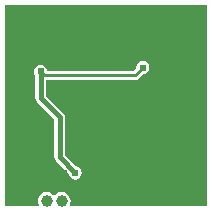
<source format=gbl>
G04 Layer_Physical_Order=2*
G04 Layer_Color=16711680*
%FSLAX24Y24*%
%MOIN*%
G70*
G01*
G75*
%ADD26C,0.0100*%
%ADD32C,0.0394*%
%ADD33C,0.0240*%
%ADD34C,0.0260*%
%ADD35C,0.0150*%
G36*
X3457Y-3047D02*
X-1098D01*
X-1126Y-2997D01*
X-1106Y-2947D01*
X-1096Y-2870D01*
X-1106Y-2793D01*
X-1136Y-2720D01*
X-1183Y-2658D01*
X-1245Y-2611D01*
X-1318Y-2581D01*
X-1395Y-2571D01*
X-1472Y-2581D01*
X-1545Y-2611D01*
X-1607Y-2658D01*
X-1620Y-2676D01*
X-1670D01*
X-1683Y-2658D01*
X-1745Y-2611D01*
X-1818Y-2581D01*
X-1895Y-2571D01*
X-1972Y-2581D01*
X-2045Y-2611D01*
X-2107Y-2658D01*
X-2154Y-2720D01*
X-2184Y-2793D01*
X-2194Y-2870D01*
X-2184Y-2947D01*
X-2164Y-2997D01*
X-2192Y-3047D01*
X-3277D01*
Y3657D01*
X3457D01*
Y-3047D01*
D02*
G37*
%LPC*%
G36*
X1310Y1804D02*
X1224Y1787D01*
X1151Y1739D01*
X1103Y1666D01*
X1086Y1580D01*
X1087Y1573D01*
X987Y1473D01*
X-1879D01*
X-1891Y1533D01*
X-1940Y1606D01*
X-2013Y1655D01*
X-2098Y1672D01*
X-2184Y1655D01*
X-2257Y1606D01*
X-2306Y1533D01*
X-2323Y1448D01*
X-2306Y1362D01*
X-2277Y1319D01*
Y567D01*
X-2263Y498D01*
X-2225Y440D01*
X-1638Y-146D01*
Y-1411D01*
X-1624Y-1479D01*
X-1586Y-1537D01*
X-1157Y-1965D01*
X-1147Y-2016D01*
X-1099Y-2089D01*
X-1026Y-2137D01*
X-940Y-2154D01*
X-854Y-2137D01*
X-781Y-2089D01*
X-733Y-2016D01*
X-716Y-1930D01*
X-733Y-1844D01*
X-781Y-1771D01*
X-854Y-1723D01*
X-905Y-1713D01*
X-1281Y-1337D01*
Y-72D01*
X-1281Y-72D01*
X-1295Y-4D01*
X-1333Y54D01*
X-1920Y640D01*
Y1167D01*
X1050D01*
X1108Y1179D01*
X1158Y1212D01*
X1303Y1357D01*
X1310Y1356D01*
X1396Y1373D01*
X1469Y1421D01*
X1517Y1494D01*
X1534Y1580D01*
X1517Y1666D01*
X1469Y1739D01*
X1396Y1787D01*
X1310Y1804D01*
D02*
G37*
%LPD*%
D26*
X-1971Y1320D02*
X1050D01*
X-2098Y1448D02*
X-1971Y1320D01*
X1050D02*
X1310Y1580D01*
D32*
X-1895Y-2870D02*
D03*
X-1395D02*
D03*
D33*
X3130Y-2930D02*
D03*
X2020D02*
D03*
X-3160D02*
D03*
X-1070Y-2610D02*
D03*
X-2240D02*
D03*
X-3160Y-1380D02*
D03*
X2372Y138D02*
D03*
X2590Y1010D02*
D03*
Y680D02*
D03*
X-2620Y750D02*
D03*
X-1180Y-1181D02*
D03*
X-940Y-1930D02*
D03*
X2750Y-940D02*
D03*
X-1310Y-1940D02*
D03*
X1310Y1580D02*
D03*
X-2720Y1150D02*
D03*
X-2098Y1448D02*
D03*
X-3160Y1490D02*
D03*
X1050Y2330D02*
D03*
X1590D02*
D03*
X1930D02*
D03*
X1310Y2010D02*
D03*
X3280Y2920D02*
D03*
X2310Y2410D02*
D03*
X3340Y1280D02*
D03*
X3350Y133D02*
D03*
X2400Y-530D02*
D03*
X3350Y-527D02*
D03*
X2030Y-1690D02*
D03*
X3130D02*
D03*
X-2790Y-80D02*
D03*
X-1270Y1552D02*
D03*
X-3160Y3490D02*
D03*
X-1680Y3460D02*
D03*
X-390Y3490D02*
D03*
Y2892D02*
D03*
X-2070Y1790D02*
D03*
X-3160Y2920D02*
D03*
X-2280Y2890D02*
D03*
X-390Y1612D02*
D03*
X3280Y3490D02*
D03*
X1130D02*
D03*
X630Y2330D02*
D03*
Y3490D02*
D03*
X2925Y1274D02*
D03*
D34*
X-709Y709D02*
D03*
X-236D02*
D03*
X236D02*
D03*
X709D02*
D03*
X-709Y236D02*
D03*
X-236D02*
D03*
X236D02*
D03*
X709D02*
D03*
X-709Y-236D02*
D03*
X-236D02*
D03*
X236D02*
D03*
X709D02*
D03*
X-709Y-709D02*
D03*
X-236D02*
D03*
X236D02*
D03*
X709D02*
D03*
D35*
X-1459Y-1411D02*
Y-72D01*
X-2098Y567D02*
X-1459Y-72D01*
X-2098Y567D02*
Y1448D01*
X-1459Y-1411D02*
X-940Y-1930D01*
M02*

</source>
